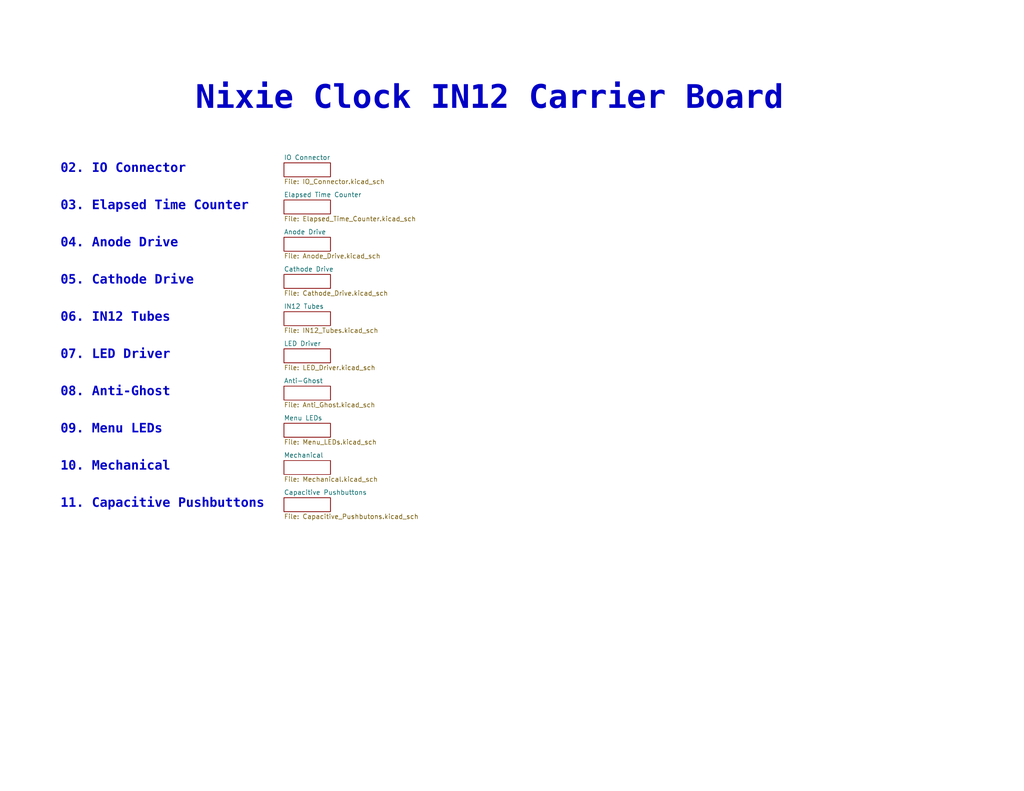
<source format=kicad_sch>
(kicad_sch (version 20230121) (generator eeschema)
  (paper "A")
  (title_block (date "2023-05-21") (rev "PRELIM") (company "Drew Maatman"))
  (lib_symbols)
  (text "05. Cathode Drive" (at 16.51 78.74 0) (effects (font (size 2.54 2.54) (thickness 0.508) bold) (justify left bottom)))
  (text "04. Anode Drive" (at 16.51 68.58 0) (effects (font (size 2.54 2.54) (thickness 0.508) bold) (justify left bottom)))
  (text "11. Capacitive Pushbuttons" (at 16.51 139.7 0) (effects (font (size 2.54 2.54) (thickness 0.508) bold) (justify left bottom)))
  (text "09. Menu LEDs" (at 16.51 119.38 0) (effects (font (size 2.54 2.54) (thickness 0.508) bold) (justify left bottom)))
  (text "10. Mechanical" (at 16.51 129.54 0) (effects (font (size 2.54 2.54) (thickness 0.508) bold) (justify left bottom)))
  (text "07. LED Driver" (at 16.51 99.06 0) (effects (font (size 2.54 2.54) (thickness 0.508) bold) (justify left bottom)))
  (text "02. IO Connector" (at 16.51 48.26 0) (effects (font (size 2.54 2.54) (thickness 0.508) bold) (justify left bottom)))
  (text "06. IN12 Tubes" (at 16.51 88.9 0) (effects (font (size 2.54 2.54) (thickness 0.508) bold) (justify left bottom)))
  (text "Nixie Clock IN12 Carrier Board" (at 53.34 32.385 0) (effects (font (size 6.35 6.35) (thickness 1.27) bold) (justify left bottom)))
  (text "03. Elapsed Time Counter" (at 16.51 58.42 0) (effects (font (size 2.54 2.54) (thickness 0.508) bold) (justify left bottom)))
  (text "08. Anti-Ghost" (at 16.51 109.22 0) (effects (font (size 2.54 2.54) (thickness 0.508) bold) (justify left bottom)))
  (sheet (at 77.47 135.89) (size 12.7 3.81) (stroke (width 0.1524))
    (property "Sheetname" "Capacitive Pushbuttons" (at 77.47 135.1784 0) (effects (justify left bottom)))
    (property "Sheetfile" "Capacitive_Pushbutons.kicad_sch" (at 77.47 140.2846 0) (effects (justify left top)))
  )
  (sheet (at 77.47 74.93) (size 12.7 3.81) (stroke (width 0.1524))
    (property "Sheetname" "Cathode Drive" (at 77.47 74.2184 0) (effects (justify left bottom)))
    (property "Sheetfile" "Cathode_Drive.kicad_sch" (at 77.47 79.3246 0) (effects (justify left top)))
  )
  (sheet (at 77.47 85.09) (size 12.7 3.81) (stroke (width 0.1524))
    (property "Sheetname" "IN12 Tubes" (at 77.47 84.3784 0) (effects (justify left bottom)))
    (property "Sheetfile" "IN12_Tubes.kicad_sch" (at 77.47 89.4846 0) (effects (justify left top)))
  )
  (sheet (at 77.47 125.73) (size 12.7 3.81) (stroke (width 0.1524))
    (property "Sheetname" "Mechanical" (at 77.47 125.0184 0) (effects (justify left bottom)))
    (property "Sheetfile" "Mechanical.kicad_sch" (at 77.47 130.1246 0) (effects (justify left top)))
  )
  (sheet (at 77.47 44.45) (size 12.7 3.81) (stroke (width 0.1524))
    (property "Sheetname" "IO Connector" (at 77.47 43.7384 0) (effects (justify left bottom)))
    (property "Sheetfile" "IO_Connector.kicad_sch" (at 77.47 48.8446 0) (effects (justify left top)))
  )
  (sheet (at 77.47 115.57) (size 12.7 3.81) (stroke (width 0.1524))
    (property "Sheetname" "Menu LEDs" (at 77.47 114.8584 0) (effects (justify left bottom)))
    (property "Sheetfile" "Menu_LEDs.kicad_sch" (at 77.47 119.9646 0) (effects (justify left top)))
  )
  (sheet (at 77.47 54.61) (size 12.7 3.81) (stroke (width 0.1524))
    (property "Sheetname" "Elapsed Time Counter" (at 77.47 53.8984 0) (effects (justify left bottom)))
    (property "Sheetfile" "Elapsed_Time_Counter.kicad_sch" (at 77.47 59.0046 0) (effects (justify left top)))
  )
  (sheet (at 77.47 64.77) (size 12.7 3.81) (stroke (width 0.1524))
    (property "Sheetname" "Anode Drive" (at 77.47 64.0584 0) (effects (justify left bottom)))
    (property "Sheetfile" "Anode_Drive.kicad_sch" (at 77.47 69.1646 0) (effects (justify left top)))
  )
  (sheet (at 77.47 95.25) (size 12.7 3.81) (stroke (width 0.1524))
    (property "Sheetname" "LED Driver" (at 77.47 94.5384 0) (effects (justify left bottom)))
    (property "Sheetfile" "LED_Driver.kicad_sch" (at 77.47 99.6446 0) (effects (justify left top)))
  )
  (sheet (at 77.47 105.41) (size 12.7 3.81) (stroke (width 0.1524))
    (property "Sheetname" "Anti-Ghost" (at 77.47 104.6984 0) (effects (justify left bottom)))
    (property "Sheetfile" "Anti_Ghost.kicad_sch" (at 77.47 109.8046 0) (effects (justify left top)))
  )
)
</source>
